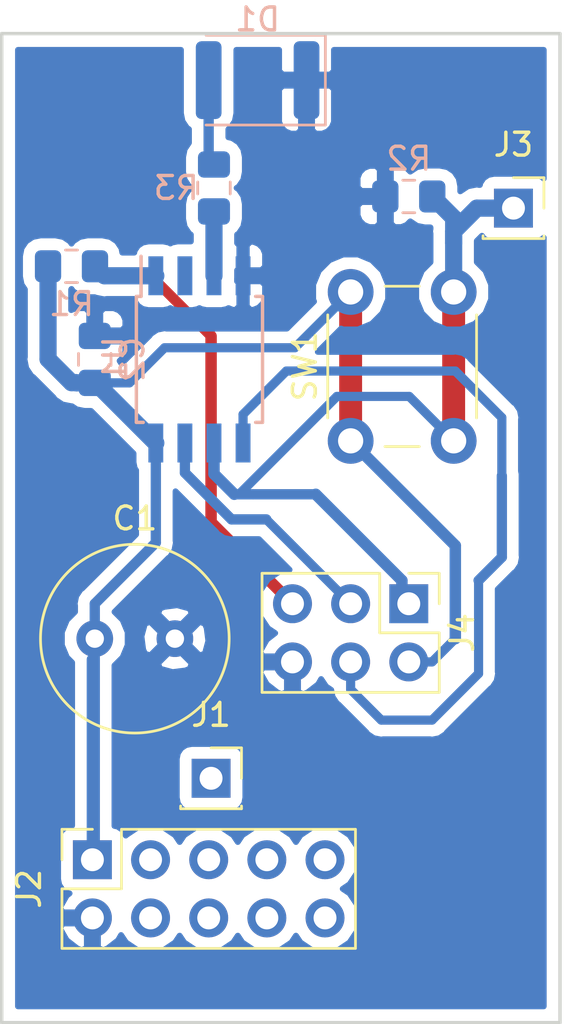
<source format=kicad_pcb>
(kicad_pcb (version 20171130) (host pcbnew 5.0.2+dfsg1-1)

  (general
    (thickness 1.6)
    (drawings 4)
    (tracks 66)
    (zones 0)
    (modules 12)
    (nets 19)
  )

  (page A4)
  (layers
    (0 F.Cu signal)
    (31 B.Cu signal)
    (32 B.Adhes user)
    (33 F.Adhes user)
    (34 B.Paste user)
    (35 F.Paste user)
    (36 B.SilkS user)
    (37 F.SilkS user)
    (38 B.Mask user)
    (39 F.Mask user)
    (40 Dwgs.User user)
    (41 Cmts.User user)
    (42 Eco1.User user)
    (43 Eco2.User user)
    (44 Edge.Cuts user)
    (45 Margin user)
    (46 B.CrtYd user)
    (47 F.CrtYd user)
    (48 B.Fab user)
    (49 F.Fab user)
  )

  (setup
    (last_trace_width 0.5)
    (user_trace_width 0.25)
    (user_trace_width 0.3)
    (user_trace_width 0.35)
    (user_trace_width 0.4)
    (user_trace_width 0.45)
    (user_trace_width 0.5)
    (user_trace_width 0.75)
    (user_trace_width 1)
    (trace_clearance 0.2)
    (zone_clearance 0.508)
    (zone_45_only no)
    (trace_min 0.2)
    (segment_width 0.2)
    (edge_width 0.15)
    (via_size 0.8)
    (via_drill 0.4)
    (via_min_size 0.4)
    (via_min_drill 0.3)
    (uvia_size 0.3)
    (uvia_drill 0.1)
    (uvias_allowed no)
    (uvia_min_size 0.2)
    (uvia_min_drill 0.1)
    (pcb_text_width 0.3)
    (pcb_text_size 1.5 1.5)
    (mod_edge_width 0.15)
    (mod_text_size 1 1)
    (mod_text_width 0.15)
    (pad_size 1.524 1.524)
    (pad_drill 0.762)
    (pad_to_mask_clearance 0.051)
    (solder_mask_min_width 0.25)
    (aux_axis_origin 0 0)
    (visible_elements FFFFFF7F)
    (pcbplotparams
      (layerselection 0x01000_fffffffe)
      (usegerberextensions false)
      (usegerberattributes false)
      (usegerberadvancedattributes false)
      (creategerberjobfile false)
      (excludeedgelayer true)
      (linewidth 0.100000)
      (plotframeref false)
      (viasonmask false)
      (mode 1)
      (useauxorigin false)
      (hpglpennumber 1)
      (hpglpenspeed 20)
      (hpglpendiameter 15.000000)
      (psnegative false)
      (psa4output false)
      (plotreference true)
      (plotvalue true)
      (plotinvisibletext false)
      (padsonsilk false)
      (subtractmaskfromsilk false)
      (outputformat 1)
      (mirror false)
      (drillshape 0)
      (scaleselection 1)
      (outputdirectory "./"))
  )

  (net 0 "")
  (net 1 +5V)
  (net 2 GND)
  (net 3 "Net-(D1-Pad2)")
  (net 4 "Net-(J1-Pad1)")
  (net 5 "Net-(J2-Pad3)")
  (net 6 "Net-(J2-Pad4)")
  (net 7 "Net-(J2-Pad5)")
  (net 8 "Net-(J2-Pad6)")
  (net 9 "Net-(J2-Pad7)")
  (net 10 "Net-(J2-Pad8)")
  (net 11 "Net-(J2-Pad9)")
  (net 12 "Net-(J2-Pad10)")
  (net 13 /MISO)
  (net 14 /SCK)
  (net 15 /MOSI)
  (net 16 /RST)
  (net 17 "Net-(R3-Pad2)")
  (net 18 "Net-(U1-Pad2)")

  (net_class Default "This is the default net class."
    (clearance 0.2)
    (trace_width 0.25)
    (via_dia 0.8)
    (via_drill 0.4)
    (uvia_dia 0.3)
    (uvia_drill 0.1)
    (add_net +5V)
    (add_net /MISO)
    (add_net /MOSI)
    (add_net /RST)
    (add_net /SCK)
    (add_net GND)
    (add_net "Net-(D1-Pad2)")
    (add_net "Net-(J1-Pad1)")
    (add_net "Net-(J2-Pad10)")
    (add_net "Net-(J2-Pad3)")
    (add_net "Net-(J2-Pad4)")
    (add_net "Net-(J2-Pad5)")
    (add_net "Net-(J2-Pad6)")
    (add_net "Net-(J2-Pad7)")
    (add_net "Net-(J2-Pad8)")
    (add_net "Net-(J2-Pad9)")
    (add_net "Net-(R3-Pad2)")
    (add_net "Net-(U1-Pad2)")
  )

  (module Connector_PinSocket_2.54mm:PinSocket_1x01_P2.54mm_Vertical (layer F.Cu) (tedit 5A19A434) (tstamp 5F729CD2)
    (at 55.372 27.94)
    (descr "Through hole straight socket strip, 1x01, 2.54mm pitch, single row (from Kicad 4.0.7), script generated")
    (tags "Through hole socket strip THT 1x01 2.54mm single row")
    (path /5F6623C7)
    (fp_text reference J3 (at 0 -2.77) (layer F.SilkS)
      (effects (font (size 1 1) (thickness 0.15)))
    )
    (fp_text value PIN29 (at 0 2.77) (layer F.Fab)
      (effects (font (size 1 1) (thickness 0.15)))
    )
    (fp_text user %R (at 0 0) (layer F.Fab)
      (effects (font (size 1 1) (thickness 0.15)))
    )
    (fp_line (start -1.8 1.75) (end -1.8 -1.8) (layer F.CrtYd) (width 0.05))
    (fp_line (start 1.75 1.75) (end -1.8 1.75) (layer F.CrtYd) (width 0.05))
    (fp_line (start 1.75 -1.8) (end 1.75 1.75) (layer F.CrtYd) (width 0.05))
    (fp_line (start -1.8 -1.8) (end 1.75 -1.8) (layer F.CrtYd) (width 0.05))
    (fp_line (start 0 -1.33) (end 1.33 -1.33) (layer F.SilkS) (width 0.12))
    (fp_line (start 1.33 -1.33) (end 1.33 0) (layer F.SilkS) (width 0.12))
    (fp_line (start 1.33 1.21) (end 1.33 1.33) (layer F.SilkS) (width 0.12))
    (fp_line (start -1.33 1.21) (end -1.33 1.33) (layer F.SilkS) (width 0.12))
    (fp_line (start -1.33 1.33) (end 1.33 1.33) (layer F.SilkS) (width 0.12))
    (fp_line (start -1.27 1.27) (end -1.27 -1.27) (layer F.Fab) (width 0.1))
    (fp_line (start 1.27 1.27) (end -1.27 1.27) (layer F.Fab) (width 0.1))
    (fp_line (start 1.27 -0.635) (end 1.27 1.27) (layer F.Fab) (width 0.1))
    (fp_line (start 0.635 -1.27) (end 1.27 -0.635) (layer F.Fab) (width 0.1))
    (fp_line (start -1.27 -1.27) (end 0.635 -1.27) (layer F.Fab) (width 0.1))
    (pad 1 thru_hole rect (at 0 0) (size 1.7 1.7) (drill 1) (layers *.Cu *.Mask)
      (net 13 /MISO))
    (model ${KISYS3DMOD}/Connector_PinSocket_2.54mm.3dshapes/PinSocket_1x01_P2.54mm_Vertical.wrl
      (at (xyz 0 0 0))
      (scale (xyz 1 1 1))
      (rotate (xyz 0 0 0))
    )
  )

  (module Capacitor_THT:C_Radial_D8.0mm_H11.5mm_P3.50mm (layer F.Cu) (tedit 5BC5C9BA) (tstamp 5F727F9C)
    (at 37.084 46.736)
    (descr "C, Radial series, Radial, pin pitch=3.50mm, diameter=8mm, height=11.5mm, Non-Polar Electrolytic Capacitor")
    (tags "C Radial series Radial pin pitch 3.50mm diameter 8mm height 11.5mm Non-Polar Electrolytic Capacitor")
    (path /5F65D1A4)
    (fp_text reference C1 (at 1.75 -5.25) (layer F.SilkS)
      (effects (font (size 1 1) (thickness 0.15)))
    )
    (fp_text value 10u (at -1.016 2.032) (layer F.Fab)
      (effects (font (size 1 1) (thickness 0.15)))
    )
    (fp_circle (center 1.75 0) (end 5.75 0) (layer F.Fab) (width 0.1))
    (fp_circle (center 1.75 0) (end 5.87 0) (layer F.SilkS) (width 0.12))
    (fp_circle (center 1.75 0) (end 6 0) (layer F.CrtYd) (width 0.05))
    (fp_text user %R (at -1.524 -2.032) (layer F.Fab)
      (effects (font (size 1 1) (thickness 0.15)))
    )
    (pad 1 thru_hole circle (at 0 0) (size 1.6 1.6) (drill 0.8) (layers *.Cu *.Mask)
      (net 1 +5V))
    (pad 2 thru_hole circle (at 3.5 0) (size 1.6 1.6) (drill 0.8) (layers *.Cu *.Mask)
      (net 2 GND))
    (model ${KISYS3DMOD}/Capacitor_THT.3dshapes/C_Radial_D8.0mm_H11.5mm_P3.50mm.wrl
      (at (xyz 0 0 0))
      (scale (xyz 1 1 1))
      (rotate (xyz 0 0 0))
    )
  )

  (module Capacitor_SMD:C_0805_2012Metric_Pad1.15x1.40mm_HandSolder (layer B.Cu) (tedit 5B36C52B) (tstamp 5F729F48)
    (at 37.084 34.544 90)
    (descr "Capacitor SMD 0805 (2012 Metric), square (rectangular) end terminal, IPC_7351 nominal with elongated pad for handsoldering. (Body size source: https://docs.google.com/spreadsheets/d/1BsfQQcO9C6DZCsRaXUlFlo91Tg2WpOkGARC1WS5S8t0/edit?usp=sharing), generated with kicad-footprint-generator")
    (tags "capacitor handsolder")
    (path /5F65D118)
    (attr smd)
    (fp_text reference C2 (at 0 1.65 90) (layer B.SilkS)
      (effects (font (size 1 1) (thickness 0.15)) (justify mirror))
    )
    (fp_text value 100n (at 0 -1.65 90) (layer B.Fab)
      (effects (font (size 1 1) (thickness 0.15)) (justify mirror))
    )
    (fp_line (start -1 -0.6) (end -1 0.6) (layer B.Fab) (width 0.1))
    (fp_line (start -1 0.6) (end 1 0.6) (layer B.Fab) (width 0.1))
    (fp_line (start 1 0.6) (end 1 -0.6) (layer B.Fab) (width 0.1))
    (fp_line (start 1 -0.6) (end -1 -0.6) (layer B.Fab) (width 0.1))
    (fp_line (start -0.261252 0.71) (end 0.261252 0.71) (layer B.SilkS) (width 0.12))
    (fp_line (start -0.261252 -0.71) (end 0.261252 -0.71) (layer B.SilkS) (width 0.12))
    (fp_line (start -1.85 -0.95) (end -1.85 0.95) (layer B.CrtYd) (width 0.05))
    (fp_line (start -1.85 0.95) (end 1.85 0.95) (layer B.CrtYd) (width 0.05))
    (fp_line (start 1.85 0.95) (end 1.85 -0.95) (layer B.CrtYd) (width 0.05))
    (fp_line (start 1.85 -0.95) (end -1.85 -0.95) (layer B.CrtYd) (width 0.05))
    (fp_text user %R (at 0 0 90) (layer B.Fab)
      (effects (font (size 0.5 0.5) (thickness 0.08)) (justify mirror))
    )
    (pad 1 smd roundrect (at -1.025 0 90) (size 1.15 1.4) (layers B.Cu B.Paste B.Mask) (roundrect_rratio 0.217391)
      (net 1 +5V))
    (pad 2 smd roundrect (at 1.025 0 90) (size 1.15 1.4) (layers B.Cu B.Paste B.Mask) (roundrect_rratio 0.217391)
      (net 2 GND))
    (model ${KISYS3DMOD}/Capacitor_SMD.3dshapes/C_0805_2012Metric.wrl
      (at (xyz 0 0 0))
      (scale (xyz 1 1 1))
      (rotate (xyz 0 0 0))
    )
  )

  (module Diode_SMD:D_1812_4532Metric (layer B.Cu) (tedit 5B301BBE) (tstamp 5F729D0D)
    (at 44.196 22.352 180)
    (descr "Diode SMD 1812 (4532 Metric), square (rectangular) end terminal, IPC_7351 nominal, (Body size source: https://www.nikhef.nl/pub/departments/mt/projects/detectorR_D/dtddice/ERJ2G.pdf), generated with kicad-footprint-generator")
    (tags diode)
    (path /5F67C33C)
    (attr smd)
    (fp_text reference D1 (at 0 2.65 180) (layer B.SilkS)
      (effects (font (size 1 1) (thickness 0.15)) (justify mirror))
    )
    (fp_text value IR (at 0 -2.65 180) (layer B.Fab)
      (effects (font (size 1 1) (thickness 0.15)) (justify mirror))
    )
    (fp_line (start 2.25 1.6) (end -1.45 1.6) (layer B.Fab) (width 0.1))
    (fp_line (start -1.45 1.6) (end -2.25 0.8) (layer B.Fab) (width 0.1))
    (fp_line (start -2.25 0.8) (end -2.25 -1.6) (layer B.Fab) (width 0.1))
    (fp_line (start -2.25 -1.6) (end 2.25 -1.6) (layer B.Fab) (width 0.1))
    (fp_line (start 2.25 -1.6) (end 2.25 1.6) (layer B.Fab) (width 0.1))
    (fp_line (start 2.25 1.96) (end -2.96 1.96) (layer B.SilkS) (width 0.12))
    (fp_line (start -2.96 1.96) (end -2.96 -1.96) (layer B.SilkS) (width 0.12))
    (fp_line (start -2.96 -1.96) (end 2.25 -1.96) (layer B.SilkS) (width 0.12))
    (fp_line (start -2.95 -1.95) (end -2.95 1.95) (layer B.CrtYd) (width 0.05))
    (fp_line (start -2.95 1.95) (end 2.95 1.95) (layer B.CrtYd) (width 0.05))
    (fp_line (start 2.95 1.95) (end 2.95 -1.95) (layer B.CrtYd) (width 0.05))
    (fp_line (start 2.95 -1.95) (end -2.95 -1.95) (layer B.CrtYd) (width 0.05))
    (fp_text user %R (at 0 0 180) (layer B.Fab)
      (effects (font (size 1 1) (thickness 0.15)) (justify mirror))
    )
    (pad 1 smd roundrect (at -2.1375 0 180) (size 1.125 3.4) (layers B.Cu B.Paste B.Mask) (roundrect_rratio 0.222222)
      (net 2 GND))
    (pad 2 smd roundrect (at 2.1375 0 180) (size 1.125 3.4) (layers B.Cu B.Paste B.Mask) (roundrect_rratio 0.222222)
      (net 3 "Net-(D1-Pad2)"))
    (model ${KISYS3DMOD}/Diode_SMD.3dshapes/D_1812_4532Metric.wrl
      (at (xyz 0 0 0))
      (scale (xyz 1 1 1))
      (rotate (xyz 0 0 0))
    )
  )

  (module Connector_PinSocket_2.54mm:PinSocket_1x01_P2.54mm_Vertical (layer F.Cu) (tedit 5A19A434) (tstamp 5F727FD4)
    (at 42.164 52.832)
    (descr "Through hole straight socket strip, 1x01, 2.54mm pitch, single row (from Kicad 4.0.7), script generated")
    (tags "Through hole socket strip THT 1x01 2.54mm single row")
    (path /5F65CD21)
    (fp_text reference J1 (at 0 -2.77) (layer F.SilkS)
      (effects (font (size 1 1) (thickness 0.15)))
    )
    (fp_text value Notch (at 4.064 0) (layer F.Fab)
      (effects (font (size 1 1) (thickness 0.15)))
    )
    (fp_line (start -1.27 -1.27) (end 0.635 -1.27) (layer F.Fab) (width 0.1))
    (fp_line (start 0.635 -1.27) (end 1.27 -0.635) (layer F.Fab) (width 0.1))
    (fp_line (start 1.27 -0.635) (end 1.27 1.27) (layer F.Fab) (width 0.1))
    (fp_line (start 1.27 1.27) (end -1.27 1.27) (layer F.Fab) (width 0.1))
    (fp_line (start -1.27 1.27) (end -1.27 -1.27) (layer F.Fab) (width 0.1))
    (fp_line (start -1.33 1.33) (end 1.33 1.33) (layer F.SilkS) (width 0.12))
    (fp_line (start -1.33 1.21) (end -1.33 1.33) (layer F.SilkS) (width 0.12))
    (fp_line (start 1.33 1.21) (end 1.33 1.33) (layer F.SilkS) (width 0.12))
    (fp_line (start 1.33 -1.33) (end 1.33 0) (layer F.SilkS) (width 0.12))
    (fp_line (start 0 -1.33) (end 1.33 -1.33) (layer F.SilkS) (width 0.12))
    (fp_line (start -1.8 -1.8) (end 1.75 -1.8) (layer F.CrtYd) (width 0.05))
    (fp_line (start 1.75 -1.8) (end 1.75 1.75) (layer F.CrtYd) (width 0.05))
    (fp_line (start 1.75 1.75) (end -1.8 1.75) (layer F.CrtYd) (width 0.05))
    (fp_line (start -1.8 1.75) (end -1.8 -1.8) (layer F.CrtYd) (width 0.05))
    (fp_text user %R (at 0 0) (layer F.Fab)
      (effects (font (size 1 1) (thickness 0.15)))
    )
    (pad 1 thru_hole rect (at 0 0) (size 1.7 1.7) (drill 1) (layers *.Cu *.Mask)
      (net 4 "Net-(J1-Pad1)"))
    (model ${KISYS3DMOD}/Connector_PinSocket_2.54mm.3dshapes/PinSocket_1x01_P2.54mm_Vertical.wrl
      (at (xyz 0 0 0))
      (scale (xyz 1 1 1))
      (rotate (xyz 0 0 0))
    )
  )

  (module Connector_PinSocket_2.54mm:PinSocket_2x05_P2.54mm_Vertical (layer F.Cu) (tedit 5A19A42B) (tstamp 5F729356)
    (at 36.981001 56.388 90)
    (descr "Through hole straight socket strip, 2x05, 2.54mm pitch, double cols (from Kicad 4.0.7), script generated")
    (tags "Through hole socket strip THT 2x05 2.54mm double row")
    (path /5F65C7AC)
    (fp_text reference J2 (at -1.27 -2.77 90) (layer F.SilkS)
      (effects (font (size 1 1) (thickness 0.15)))
    )
    (fp_text value EXP2 (at -1.27 12.93 90) (layer F.Fab)
      (effects (font (size 1 1) (thickness 0.15)))
    )
    (fp_line (start -3.81 -1.27) (end 0.27 -1.27) (layer F.Fab) (width 0.1))
    (fp_line (start 0.27 -1.27) (end 1.27 -0.27) (layer F.Fab) (width 0.1))
    (fp_line (start 1.27 -0.27) (end 1.27 11.43) (layer F.Fab) (width 0.1))
    (fp_line (start 1.27 11.43) (end -3.81 11.43) (layer F.Fab) (width 0.1))
    (fp_line (start -3.81 11.43) (end -3.81 -1.27) (layer F.Fab) (width 0.1))
    (fp_line (start -3.87 -1.33) (end -1.27 -1.33) (layer F.SilkS) (width 0.12))
    (fp_line (start -3.87 -1.33) (end -3.87 11.49) (layer F.SilkS) (width 0.12))
    (fp_line (start -3.87 11.49) (end 1.33 11.49) (layer F.SilkS) (width 0.12))
    (fp_line (start 1.33 1.27) (end 1.33 11.49) (layer F.SilkS) (width 0.12))
    (fp_line (start -1.27 1.27) (end 1.33 1.27) (layer F.SilkS) (width 0.12))
    (fp_line (start -1.27 -1.33) (end -1.27 1.27) (layer F.SilkS) (width 0.12))
    (fp_line (start 1.33 -1.33) (end 1.33 0) (layer F.SilkS) (width 0.12))
    (fp_line (start 0 -1.33) (end 1.33 -1.33) (layer F.SilkS) (width 0.12))
    (fp_line (start -4.34 -1.8) (end 1.76 -1.8) (layer F.CrtYd) (width 0.05))
    (fp_line (start 1.76 -1.8) (end 1.76 11.9) (layer F.CrtYd) (width 0.05))
    (fp_line (start 1.76 11.9) (end -4.34 11.9) (layer F.CrtYd) (width 0.05))
    (fp_line (start -4.34 11.9) (end -4.34 -1.8) (layer F.CrtYd) (width 0.05))
    (fp_text user %R (at -1.27 5.08 180) (layer F.Fab)
      (effects (font (size 1 1) (thickness 0.15)))
    )
    (pad 1 thru_hole rect (at 0 0 90) (size 1.7 1.7) (drill 1) (layers *.Cu *.Mask)
      (net 1 +5V))
    (pad 2 thru_hole oval (at -2.54 0 90) (size 1.7 1.7) (drill 1) (layers *.Cu *.Mask)
      (net 2 GND))
    (pad 3 thru_hole oval (at 0 2.54 90) (size 1.7 1.7) (drill 1) (layers *.Cu *.Mask)
      (net 5 "Net-(J2-Pad3)"))
    (pad 4 thru_hole oval (at -2.54 2.54 90) (size 1.7 1.7) (drill 1) (layers *.Cu *.Mask)
      (net 6 "Net-(J2-Pad4)"))
    (pad 5 thru_hole oval (at 0 5.08 90) (size 1.7 1.7) (drill 1) (layers *.Cu *.Mask)
      (net 7 "Net-(J2-Pad5)"))
    (pad 6 thru_hole oval (at -2.54 5.08 90) (size 1.7 1.7) (drill 1) (layers *.Cu *.Mask)
      (net 8 "Net-(J2-Pad6)"))
    (pad 7 thru_hole oval (at 0 7.62 90) (size 1.7 1.7) (drill 1) (layers *.Cu *.Mask)
      (net 9 "Net-(J2-Pad7)"))
    (pad 8 thru_hole oval (at -2.54 7.62 90) (size 1.7 1.7) (drill 1) (layers *.Cu *.Mask)
      (net 10 "Net-(J2-Pad8)"))
    (pad 9 thru_hole oval (at 0 10.16 90) (size 1.7 1.7) (drill 1) (layers *.Cu *.Mask)
      (net 11 "Net-(J2-Pad9)"))
    (pad 10 thru_hole oval (at -2.54 10.16 90) (size 1.7 1.7) (drill 1) (layers *.Cu *.Mask)
      (net 12 "Net-(J2-Pad10)"))
    (model ${KISYS3DMOD}/Connector_PinSocket_2.54mm.3dshapes/PinSocket_2x05_P2.54mm_Vertical.wrl
      (at (xyz 0 0 0))
      (scale (xyz 1 1 1))
      (rotate (xyz 0 0 0))
    )
  )

  (module Resistor_SMD:R_0805_2012Metric_Pad1.15x1.40mm_HandSolder (layer B.Cu) (tedit 5B36C52B) (tstamp 5F729DCE)
    (at 36.068 30.48)
    (descr "Resistor SMD 0805 (2012 Metric), square (rectangular) end terminal, IPC_7351 nominal with elongated pad for handsoldering. (Body size source: https://docs.google.com/spreadsheets/d/1BsfQQcO9C6DZCsRaXUlFlo91Tg2WpOkGARC1WS5S8t0/edit?usp=sharing), generated with kicad-footprint-generator")
    (tags "resistor handsolder")
    (path /5F65E811)
    (attr smd)
    (fp_text reference R1 (at 0 1.65) (layer B.SilkS)
      (effects (font (size 1 1) (thickness 0.15)) (justify mirror))
    )
    (fp_text value 10k (at 0 -1.65) (layer B.Fab)
      (effects (font (size 1 1) (thickness 0.15)) (justify mirror))
    )
    (fp_line (start -1 -0.6) (end -1 0.6) (layer B.Fab) (width 0.1))
    (fp_line (start -1 0.6) (end 1 0.6) (layer B.Fab) (width 0.1))
    (fp_line (start 1 0.6) (end 1 -0.6) (layer B.Fab) (width 0.1))
    (fp_line (start 1 -0.6) (end -1 -0.6) (layer B.Fab) (width 0.1))
    (fp_line (start -0.261252 0.71) (end 0.261252 0.71) (layer B.SilkS) (width 0.12))
    (fp_line (start -0.261252 -0.71) (end 0.261252 -0.71) (layer B.SilkS) (width 0.12))
    (fp_line (start -1.85 -0.95) (end -1.85 0.95) (layer B.CrtYd) (width 0.05))
    (fp_line (start -1.85 0.95) (end 1.85 0.95) (layer B.CrtYd) (width 0.05))
    (fp_line (start 1.85 0.95) (end 1.85 -0.95) (layer B.CrtYd) (width 0.05))
    (fp_line (start 1.85 -0.95) (end -1.85 -0.95) (layer B.CrtYd) (width 0.05))
    (fp_text user %R (at 0 0) (layer B.Fab)
      (effects (font (size 0.5 0.5) (thickness 0.08)) (justify mirror))
    )
    (pad 1 smd roundrect (at -1.025 0) (size 1.15 1.4) (layers B.Cu B.Paste B.Mask) (roundrect_rratio 0.217391)
      (net 1 +5V))
    (pad 2 smd roundrect (at 1.025 0) (size 1.15 1.4) (layers B.Cu B.Paste B.Mask) (roundrect_rratio 0.217391)
      (net 16 /RST))
    (model ${KISYS3DMOD}/Resistor_SMD.3dshapes/R_0805_2012Metric.wrl
      (at (xyz 0 0 0))
      (scale (xyz 1 1 1))
      (rotate (xyz 0 0 0))
    )
  )

  (module Resistor_SMD:R_0805_2012Metric_Pad1.15x1.40mm_HandSolder (layer B.Cu) (tedit 5B36C52B) (tstamp 5F729F0C)
    (at 50.8 27.432 180)
    (descr "Resistor SMD 0805 (2012 Metric), square (rectangular) end terminal, IPC_7351 nominal with elongated pad for handsoldering. (Body size source: https://docs.google.com/spreadsheets/d/1BsfQQcO9C6DZCsRaXUlFlo91Tg2WpOkGARC1WS5S8t0/edit?usp=sharing), generated with kicad-footprint-generator")
    (tags "resistor handsolder")
    (path /5F6603F1)
    (attr smd)
    (fp_text reference R2 (at 0 1.65 180) (layer B.SilkS)
      (effects (font (size 1 1) (thickness 0.15)) (justify mirror))
    )
    (fp_text value 10k (at 0 -1.65 180) (layer B.Fab)
      (effects (font (size 1 1) (thickness 0.15)) (justify mirror))
    )
    (fp_text user %R (at 0 0 180) (layer B.Fab)
      (effects (font (size 0.5 0.5) (thickness 0.08)) (justify mirror))
    )
    (fp_line (start 1.85 -0.95) (end -1.85 -0.95) (layer B.CrtYd) (width 0.05))
    (fp_line (start 1.85 0.95) (end 1.85 -0.95) (layer B.CrtYd) (width 0.05))
    (fp_line (start -1.85 0.95) (end 1.85 0.95) (layer B.CrtYd) (width 0.05))
    (fp_line (start -1.85 -0.95) (end -1.85 0.95) (layer B.CrtYd) (width 0.05))
    (fp_line (start -0.261252 -0.71) (end 0.261252 -0.71) (layer B.SilkS) (width 0.12))
    (fp_line (start -0.261252 0.71) (end 0.261252 0.71) (layer B.SilkS) (width 0.12))
    (fp_line (start 1 -0.6) (end -1 -0.6) (layer B.Fab) (width 0.1))
    (fp_line (start 1 0.6) (end 1 -0.6) (layer B.Fab) (width 0.1))
    (fp_line (start -1 0.6) (end 1 0.6) (layer B.Fab) (width 0.1))
    (fp_line (start -1 -0.6) (end -1 0.6) (layer B.Fab) (width 0.1))
    (pad 2 smd roundrect (at 1.025 0 180) (size 1.15 1.4) (layers B.Cu B.Paste B.Mask) (roundrect_rratio 0.217391)
      (net 2 GND))
    (pad 1 smd roundrect (at -1.025 0 180) (size 1.15 1.4) (layers B.Cu B.Paste B.Mask) (roundrect_rratio 0.217391)
      (net 13 /MISO))
    (model ${KISYS3DMOD}/Resistor_SMD.3dshapes/R_0805_2012Metric.wrl
      (at (xyz 0 0 0))
      (scale (xyz 1 1 1))
      (rotate (xyz 0 0 0))
    )
  )

  (module Resistor_SMD:R_0805_2012Metric_Pad1.15x1.40mm_HandSolder (layer B.Cu) (tedit 5B36C52B) (tstamp 5F729EDC)
    (at 42.291 27.06 270)
    (descr "Resistor SMD 0805 (2012 Metric), square (rectangular) end terminal, IPC_7351 nominal with elongated pad for handsoldering. (Body size source: https://docs.google.com/spreadsheets/d/1BsfQQcO9C6DZCsRaXUlFlo91Tg2WpOkGARC1WS5S8t0/edit?usp=sharing), generated with kicad-footprint-generator")
    (tags "resistor handsolder")
    (path /5F6795E6)
    (attr smd)
    (fp_text reference R3 (at 0 1.65) (layer B.SilkS)
      (effects (font (size 1 1) (thickness 0.15)) (justify mirror))
    )
    (fp_text value 220R (at 0.372 -2.921) (layer B.Fab)
      (effects (font (size 1 1) (thickness 0.15)) (justify mirror))
    )
    (fp_line (start -1 -0.6) (end -1 0.6) (layer B.Fab) (width 0.1))
    (fp_line (start -1 0.6) (end 1 0.6) (layer B.Fab) (width 0.1))
    (fp_line (start 1 0.6) (end 1 -0.6) (layer B.Fab) (width 0.1))
    (fp_line (start 1 -0.6) (end -1 -0.6) (layer B.Fab) (width 0.1))
    (fp_line (start -0.261252 0.71) (end 0.261252 0.71) (layer B.SilkS) (width 0.12))
    (fp_line (start -0.261252 -0.71) (end 0.261252 -0.71) (layer B.SilkS) (width 0.12))
    (fp_line (start -1.85 -0.95) (end -1.85 0.95) (layer B.CrtYd) (width 0.05))
    (fp_line (start -1.85 0.95) (end 1.85 0.95) (layer B.CrtYd) (width 0.05))
    (fp_line (start 1.85 0.95) (end 1.85 -0.95) (layer B.CrtYd) (width 0.05))
    (fp_line (start 1.85 -0.95) (end -1.85 -0.95) (layer B.CrtYd) (width 0.05))
    (fp_text user %R (at 0 0 270) (layer B.Fab)
      (effects (font (size 0.5 0.5) (thickness 0.08)) (justify mirror))
    )
    (pad 1 smd roundrect (at -1.025 0 270) (size 1.15 1.4) (layers B.Cu B.Paste B.Mask) (roundrect_rratio 0.217391)
      (net 3 "Net-(D1-Pad2)"))
    (pad 2 smd roundrect (at 1.025 0 270) (size 1.15 1.4) (layers B.Cu B.Paste B.Mask) (roundrect_rratio 0.217391)
      (net 17 "Net-(R3-Pad2)"))
    (model ${KISYS3DMOD}/Resistor_SMD.3dshapes/R_0805_2012Metric.wrl
      (at (xyz 0 0 0))
      (scale (xyz 1 1 1))
      (rotate (xyz 0 0 0))
    )
  )

  (module Button_Switch_THT:SW_PUSH_6mm (layer F.Cu) (tedit 5A02FE31) (tstamp 5F729E90)
    (at 48.26 38.1 90)
    (descr https://www.omron.com/ecb/products/pdf/en-b3f.pdf)
    (tags "tact sw push 6mm")
    (path /5F6609E7)
    (fp_text reference SW1 (at 3.25 -2 90) (layer F.SilkS)
      (effects (font (size 1 1) (thickness 0.15)))
    )
    (fp_text value "Test switch" (at 3.75 6.7 90) (layer F.Fab)
      (effects (font (size 1 1) (thickness 0.15)))
    )
    (fp_circle (center 3.25 2.25) (end 1.25 2.5) (layer F.Fab) (width 0.1))
    (fp_line (start 6.75 3) (end 6.75 1.5) (layer F.SilkS) (width 0.12))
    (fp_line (start 5.5 -1) (end 1 -1) (layer F.SilkS) (width 0.12))
    (fp_line (start -0.25 1.5) (end -0.25 3) (layer F.SilkS) (width 0.12))
    (fp_line (start 1 5.5) (end 5.5 5.5) (layer F.SilkS) (width 0.12))
    (fp_line (start 8 -1.25) (end 8 5.75) (layer F.CrtYd) (width 0.05))
    (fp_line (start 7.75 6) (end -1.25 6) (layer F.CrtYd) (width 0.05))
    (fp_line (start -1.5 5.75) (end -1.5 -1.25) (layer F.CrtYd) (width 0.05))
    (fp_line (start -1.25 -1.5) (end 7.75 -1.5) (layer F.CrtYd) (width 0.05))
    (fp_line (start -1.5 6) (end -1.25 6) (layer F.CrtYd) (width 0.05))
    (fp_line (start -1.5 5.75) (end -1.5 6) (layer F.CrtYd) (width 0.05))
    (fp_line (start -1.5 -1.5) (end -1.25 -1.5) (layer F.CrtYd) (width 0.05))
    (fp_line (start -1.5 -1.25) (end -1.5 -1.5) (layer F.CrtYd) (width 0.05))
    (fp_line (start 8 -1.5) (end 8 -1.25) (layer F.CrtYd) (width 0.05))
    (fp_line (start 7.75 -1.5) (end 8 -1.5) (layer F.CrtYd) (width 0.05))
    (fp_line (start 8 6) (end 8 5.75) (layer F.CrtYd) (width 0.05))
    (fp_line (start 7.75 6) (end 8 6) (layer F.CrtYd) (width 0.05))
    (fp_line (start 0.25 -0.75) (end 3.25 -0.75) (layer F.Fab) (width 0.1))
    (fp_line (start 0.25 5.25) (end 0.25 -0.75) (layer F.Fab) (width 0.1))
    (fp_line (start 6.25 5.25) (end 0.25 5.25) (layer F.Fab) (width 0.1))
    (fp_line (start 6.25 -0.75) (end 6.25 5.25) (layer F.Fab) (width 0.1))
    (fp_line (start 3.25 -0.75) (end 6.25 -0.75) (layer F.Fab) (width 0.1))
    (fp_text user %R (at 3.25 2.25 90) (layer F.Fab)
      (effects (font (size 1 1) (thickness 0.15)))
    )
    (pad 1 thru_hole circle (at 6.5 0 180) (size 2 2) (drill 1.1) (layers *.Cu *.Mask)
      (net 1 +5V))
    (pad 2 thru_hole circle (at 6.5 4.5 180) (size 2 2) (drill 1.1) (layers *.Cu *.Mask)
      (net 13 /MISO))
    (pad 1 thru_hole circle (at 0 0 180) (size 2 2) (drill 1.1) (layers *.Cu *.Mask)
      (net 1 +5V))
    (pad 2 thru_hole circle (at 0 4.5 180) (size 2 2) (drill 1.1) (layers *.Cu *.Mask)
      (net 13 /MISO))
    (model ${KISYS3DMOD}/Button_Switch_THT.3dshapes/SW_PUSH_6mm.wrl
      (at (xyz 0 0 0))
      (scale (xyz 1 1 1))
      (rotate (xyz 0 0 0))
    )
  )

  (module Package_SO:SOIJ-8_5.3x5.3mm_P1.27mm (layer B.Cu) (tedit 5A02F2D3) (tstamp 5F729D4D)
    (at 41.656 34.544 270)
    (descr "8-Lead Plastic Small Outline (SM) - Medium, 5.28 mm Body [SOIC] (see Microchip Packaging Specification 00000049BS.pdf)")
    (tags "SOIC 1.27")
    (path /5F65C522)
    (attr smd)
    (fp_text reference U1 (at 0 3.68 270) (layer B.SilkS)
      (effects (font (size 1 1) (thickness 0.15)) (justify mirror))
    )
    (fp_text value ATtiny13A-SU (at 0 -3.68 270) (layer B.Fab)
      (effects (font (size 1 1) (thickness 0.15)) (justify mirror))
    )
    (fp_line (start -2.75 2.55) (end -4.5 2.55) (layer B.SilkS) (width 0.15))
    (fp_line (start -2.75 -2.755) (end 2.75 -2.755) (layer B.SilkS) (width 0.15))
    (fp_line (start -2.75 2.755) (end 2.75 2.755) (layer B.SilkS) (width 0.15))
    (fp_line (start -2.75 -2.755) (end -2.75 -2.455) (layer B.SilkS) (width 0.15))
    (fp_line (start 2.75 -2.755) (end 2.75 -2.455) (layer B.SilkS) (width 0.15))
    (fp_line (start 2.75 2.755) (end 2.75 2.455) (layer B.SilkS) (width 0.15))
    (fp_line (start -2.75 2.755) (end -2.75 2.55) (layer B.SilkS) (width 0.15))
    (fp_line (start -4.75 -2.95) (end 4.75 -2.95) (layer B.CrtYd) (width 0.05))
    (fp_line (start -4.75 2.95) (end 4.75 2.95) (layer B.CrtYd) (width 0.05))
    (fp_line (start 4.75 2.95) (end 4.75 -2.95) (layer B.CrtYd) (width 0.05))
    (fp_line (start -4.75 2.95) (end -4.75 -2.95) (layer B.CrtYd) (width 0.05))
    (fp_line (start -2.65 1.65) (end -1.65 2.65) (layer B.Fab) (width 0.15))
    (fp_line (start -2.65 -2.65) (end -2.65 1.65) (layer B.Fab) (width 0.15))
    (fp_line (start 2.65 -2.65) (end -2.65 -2.65) (layer B.Fab) (width 0.15))
    (fp_line (start 2.65 2.65) (end 2.65 -2.65) (layer B.Fab) (width 0.15))
    (fp_line (start -1.65 2.65) (end 2.65 2.65) (layer B.Fab) (width 0.15))
    (fp_text user %R (at 0 0 270) (layer B.Fab)
      (effects (font (size 1 1) (thickness 0.15)) (justify mirror))
    )
    (pad 8 smd rect (at 3.65 1.905 270) (size 1.7 0.65) (layers B.Cu B.Paste B.Mask)
      (net 1 +5V))
    (pad 7 smd rect (at 3.65 0.635 270) (size 1.7 0.65) (layers B.Cu B.Paste B.Mask)
      (net 14 /SCK))
    (pad 6 smd rect (at 3.65 -0.635 270) (size 1.7 0.65) (layers B.Cu B.Paste B.Mask)
      (net 13 /MISO))
    (pad 5 smd rect (at 3.65 -1.905 270) (size 1.7 0.65) (layers B.Cu B.Paste B.Mask)
      (net 15 /MOSI))
    (pad 4 smd rect (at -3.65 -1.905 270) (size 1.7 0.65) (layers B.Cu B.Paste B.Mask)
      (net 2 GND))
    (pad 3 smd rect (at -3.65 -0.635 270) (size 1.7 0.65) (layers B.Cu B.Paste B.Mask)
      (net 17 "Net-(R3-Pad2)"))
    (pad 2 smd rect (at -3.65 0.635 270) (size 1.7 0.65) (layers B.Cu B.Paste B.Mask)
      (net 18 "Net-(U1-Pad2)"))
    (pad 1 smd rect (at -3.65 1.905 270) (size 1.7 0.65) (layers B.Cu B.Paste B.Mask)
      (net 16 /RST))
    (model ${KISYS3DMOD}/Package_SO.3dshapes/SOIJ-8_5.3x5.3mm_P1.27mm.wrl
      (at (xyz 0 0 0))
      (scale (xyz 1 1 1))
      (rotate (xyz 0 0 0))
    )
  )

  (module Connector_PinHeader_2.54mm:PinHeader_2x03_P2.54mm_Vertical (layer F.Cu) (tedit 59FED5CC) (tstamp 5F729E2A)
    (at 50.8 45.212 270)
    (descr "Through hole straight pin header, 2x03, 2.54mm pitch, double rows")
    (tags "Through hole pin header THT 2x03 2.54mm double row")
    (path /5F662C20)
    (fp_text reference J4 (at 1.27 -2.33 270) (layer F.SilkS)
      (effects (font (size 1 1) (thickness 0.15)))
    )
    (fp_text value ICSP (at 1.27 7.41 270) (layer F.Fab)
      (effects (font (size 1 1) (thickness 0.15)))
    )
    (fp_text user %R (at 1.27 2.54) (layer F.Fab)
      (effects (font (size 1 1) (thickness 0.15)))
    )
    (fp_line (start 4.35 -1.8) (end -1.8 -1.8) (layer F.CrtYd) (width 0.05))
    (fp_line (start 4.35 6.85) (end 4.35 -1.8) (layer F.CrtYd) (width 0.05))
    (fp_line (start -1.8 6.85) (end 4.35 6.85) (layer F.CrtYd) (width 0.05))
    (fp_line (start -1.8 -1.8) (end -1.8 6.85) (layer F.CrtYd) (width 0.05))
    (fp_line (start -1.33 -1.33) (end 0 -1.33) (layer F.SilkS) (width 0.12))
    (fp_line (start -1.33 0) (end -1.33 -1.33) (layer F.SilkS) (width 0.12))
    (fp_line (start 1.27 -1.33) (end 3.87 -1.33) (layer F.SilkS) (width 0.12))
    (fp_line (start 1.27 1.27) (end 1.27 -1.33) (layer F.SilkS) (width 0.12))
    (fp_line (start -1.33 1.27) (end 1.27 1.27) (layer F.SilkS) (width 0.12))
    (fp_line (start 3.87 -1.33) (end 3.87 6.41) (layer F.SilkS) (width 0.12))
    (fp_line (start -1.33 1.27) (end -1.33 6.41) (layer F.SilkS) (width 0.12))
    (fp_line (start -1.33 6.41) (end 3.87 6.41) (layer F.SilkS) (width 0.12))
    (fp_line (start -1.27 0) (end 0 -1.27) (layer F.Fab) (width 0.1))
    (fp_line (start -1.27 6.35) (end -1.27 0) (layer F.Fab) (width 0.1))
    (fp_line (start 3.81 6.35) (end -1.27 6.35) (layer F.Fab) (width 0.1))
    (fp_line (start 3.81 -1.27) (end 3.81 6.35) (layer F.Fab) (width 0.1))
    (fp_line (start 0 -1.27) (end 3.81 -1.27) (layer F.Fab) (width 0.1))
    (pad 6 thru_hole oval (at 2.54 5.08 270) (size 1.7 1.7) (drill 1) (layers *.Cu *.Mask)
      (net 2 GND))
    (pad 5 thru_hole oval (at 0 5.08 270) (size 1.7 1.7) (drill 1) (layers *.Cu *.Mask)
      (net 16 /RST))
    (pad 4 thru_hole oval (at 2.54 2.54 270) (size 1.7 1.7) (drill 1) (layers *.Cu *.Mask)
      (net 15 /MOSI))
    (pad 3 thru_hole oval (at 0 2.54 270) (size 1.7 1.7) (drill 1) (layers *.Cu *.Mask)
      (net 14 /SCK))
    (pad 2 thru_hole oval (at 2.54 0 270) (size 1.7 1.7) (drill 1) (layers *.Cu *.Mask)
      (net 1 +5V))
    (pad 1 thru_hole rect (at 0 0 270) (size 1.7 1.7) (drill 1) (layers *.Cu *.Mask)
      (net 13 /MISO))
    (model ${KISYS3DMOD}/Connector_PinHeader_2.54mm.3dshapes/PinHeader_2x03_P2.54mm_Vertical.wrl
      (at (xyz 0 0 0))
      (scale (xyz 1 1 1))
      (rotate (xyz 0 0 0))
    )
  )

  (gr_line (start 33.02 20.32) (end 33.02 63.5) (layer Edge.Cuts) (width 0.15))
  (gr_line (start 57.404 20.32) (end 33.02 20.32) (layer Edge.Cuts) (width 0.15) (tstamp 5F7298DD))
  (gr_line (start 57.404 63.5) (end 57.404 20.32) (layer Edge.Cuts) (width 0.15) (tstamp 5F7298E0))
  (gr_line (start 33.02 63.5) (end 57.404 63.5) (layer Edge.Cuts) (width 0.15))

  (segment (start 36.981001 56.388) (end 36.981001 47.649001) (width 0.5) (layer B.Cu) (net 1))
  (segment (start 37.126 35.569) (end 39.751 38.194) (width 0.75) (layer B.Cu) (net 1) (tstamp 5F729CB7))
  (segment (start 37.084 35.569) (end 37.126 35.569) (width 0.75) (layer B.Cu) (net 1) (tstamp 5F729DEF))
  (segment (start 36.284 35.569) (end 36.275 35.56) (width 0.75) (layer B.Cu) (net 1) (tstamp 5F729E0D))
  (segment (start 37.084 35.569) (end 36.284 35.569) (width 0.75) (layer B.Cu) (net 1) (tstamp 5F729D98))
  (segment (start 36.275 35.56) (end 36.068 35.56) (width 0.75) (layer B.Cu) (net 1) (tstamp 5F729CAE))
  (segment (start 35.043 34.535) (end 35.043 30.48) (width 0.75) (layer B.Cu) (net 1) (tstamp 5F729CF9))
  (segment (start 36.068 35.56) (end 35.043 34.535) (width 0.75) (layer B.Cu) (net 1) (tstamp 5F729DB0))
  (segment (start 37.084 35.569) (end 38.599 35.569) (width 0.4) (layer B.Cu) (net 1) (tstamp 5F729DA1))
  (segment (start 38.599 35.569) (end 40.132 34.036) (width 0.4) (layer B.Cu) (net 1) (tstamp 5F729CA2))
  (segment (start 45.824 34.036) (end 48.26 31.6) (width 0.4) (layer B.Cu) (net 1) (tstamp 5F729E64))
  (segment (start 40.132 34.036) (end 45.824 34.036) (width 0.4) (layer B.Cu) (net 1) (tstamp 5F729DA4))
  (segment (start 50.8 47.752) (end 51.816 47.752) (width 0.4) (layer B.Cu) (net 1) (tstamp 5F729DAD))
  (segment (start 51.816 47.752) (end 52.832 46.736) (width 0.4) (layer B.Cu) (net 1) (tstamp 5F729D8F))
  (segment (start 49.276 39.116) (end 48.26 38.1) (width 0.4) (layer B.Cu) (net 1) (tstamp 5F729E01))
  (segment (start 48.26 31.6) (end 48.26 38.1) (width 1) (layer F.Cu) (net 1) (tstamp 5F729CAB))
  (segment (start 37.084 56.285001) (end 36.981001 56.388) (width 0.45) (layer B.Cu) (net 1))
  (segment (start 37.084 46.736) (end 37.084 56.285001) (width 0.45) (layer B.Cu) (net 1))
  (segment (start 37.084 46.736) (end 37.084 45.212) (width 0.45) (layer B.Cu) (net 1))
  (segment (start 39.751 42.545) (end 39.751 38.194) (width 0.45) (layer B.Cu) (net 1))
  (segment (start 37.084 45.212) (end 39.751 42.545) (width 0.45) (layer B.Cu) (net 1))
  (segment (start 52.832 42.672) (end 48.26 38.1) (width 0.5) (layer B.Cu) (net 1))
  (segment (start 52.832 46.736) (end 52.832 42.672) (width 0.5) (layer B.Cu) (net 1))
  (segment (start 42.0585 25.8025) (end 42.291 26.035) (width 0.45) (layer B.Cu) (net 3) (tstamp 5F729D8C))
  (segment (start 42.0585 22.352) (end 42.0585 25.8025) (width 0.45) (layer B.Cu) (net 3) (tstamp 5F729D95))
  (segment (start 42.291 38.194) (end 42.291 39.544) (width 0.5) (layer B.Cu) (net 13) (tstamp 5F729DFE))
  (segment (start 50.499 44.911) (end 50.8 45.212) (width 0.5) (layer B.Cu) (net 13) (tstamp 5F729F69))
  (segment (start 50.499 44.196) (end 50.499 44.911) (width 0.5) (layer B.Cu) (net 13) (tstamp 5F729CB1))
  (segment (start 52.76 28.367) (end 51.825 27.432) (width 0.75) (layer B.Cu) (net 13) (tstamp 5F729D86))
  (segment (start 50.82001 36.16001) (end 47.65999 36.16001) (width 0.4) (layer B.Cu) (net 13) (tstamp 5F729E67))
  (segment (start 52.76 38.1) (end 50.82001 36.16001) (width 0.4) (layer B.Cu) (net 13) (tstamp 5F729E70))
  (segment (start 42.291 39.544) (end 43.18 40.433) (width 0.5) (layer B.Cu) (net 13) (tstamp 5F729CBA))
  (segment (start 43.387 40.433) (end 43.18 40.433) (width 0.4) (layer B.Cu) (net 13) (tstamp 5F729D9B))
  (segment (start 47.65999 36.16001) (end 43.387 40.433) (width 0.4) (layer B.Cu) (net 13) (tstamp 5F729DA7))
  (segment (start 46.736 40.433) (end 50.499 44.196) (width 0.5) (layer B.Cu) (net 13) (tstamp 5F729E04))
  (segment (start 52.76 28.952) (end 52.76 29.464) (width 0.75) (layer B.Cu) (net 13) (tstamp 5F729E6A))
  (segment (start 53.772 27.94) (end 52.76 28.952) (width 0.75) (layer B.Cu) (net 13) (tstamp 5F729F6F))
  (segment (start 55.372 27.94) (end 53.772 27.94) (width 0.75) (layer B.Cu) (net 13) (tstamp 5F729F30))
  (segment (start 52.76 31.6) (end 52.76 29.464) (width 0.75) (layer B.Cu) (net 13) (tstamp 5F729F2D))
  (segment (start 52.76 29.464) (end 52.76 28.367) (width 0.75) (layer B.Cu) (net 13) (tstamp 5F729F33))
  (segment (start 52.76 31.6) (end 52.76 38.1) (width 1) (layer F.Cu) (net 13) (tstamp 5F729F6C))
  (segment (start 44.005 40.433) (end 43.18 40.433) (width 0.45) (layer B.Cu) (net 13))
  (segment (start 46.736 40.433) (end 44.005 40.433) (width 0.45) (layer B.Cu) (net 13))
  (segment (start 48.26 45.212) (end 44.577 41.529) (width 0.4) (layer B.Cu) (net 14) (tstamp 5F729CA8))
  (segment (start 41.021 39.494) (end 41.021 38.194) (width 0.45) (layer B.Cu) (net 14))
  (segment (start 43.056 41.529) (end 41.021 39.494) (width 0.45) (layer B.Cu) (net 14))
  (segment (start 44.577 41.529) (end 43.056 41.529) (width 0.45) (layer B.Cu) (net 14))
  (segment (start 48.26 48.954081) (end 48.26 47.752) (width 0.4) (layer B.Cu) (net 15) (tstamp 5F729D9E))
  (segment (start 49.597919 50.292) (end 48.26 48.954081) (width 0.4) (layer B.Cu) (net 15) (tstamp 5F729E07))
  (segment (start 51.816 50.292) (end 49.597919 50.292) (width 0.4) (layer B.Cu) (net 15) (tstamp 5F729E0A))
  (segment (start 53.848 48.26) (end 51.816 50.292) (width 0.4) (layer B.Cu) (net 15) (tstamp 5F729E6D))
  (segment (start 53.848 44.196) (end 53.848 48.26) (width 0.4) (layer B.Cu) (net 15) (tstamp 5F729DFB))
  (segment (start 43.561 36.944) (end 45.453 35.052) (width 0.4) (layer B.Cu) (net 15) (tstamp 5F729DF5))
  (segment (start 45.453 35.052) (end 52.832 35.052) (width 0.4) (layer B.Cu) (net 15) (tstamp 5F729DBC))
  (segment (start 52.832 35.052) (end 54.864 37.084) (width 0.4) (layer B.Cu) (net 15) (tstamp 5F729DB9))
  (segment (start 43.561 38.194) (end 43.561 36.944) (width 0.4) (layer B.Cu) (net 15) (tstamp 5F729DB6))
  (segment (start 54.864 37.084) (end 54.864 39.624) (width 0.4) (layer B.Cu) (net 15) (tstamp 5F729DAA))
  (segment (start 54.864 43.18) (end 53.848 44.196) (width 0.45) (layer B.Cu) (net 15))
  (segment (start 54.864 39.624) (end 54.864 43.18) (width 0.45) (layer B.Cu) (net 15))
  (segment (start 37.507 30.894) (end 37.093 30.48) (width 0.75) (layer B.Cu) (net 16) (tstamp 5F729F36))
  (segment (start 39.751 30.894) (end 37.507 30.894) (width 0.75) (layer B.Cu) (net 16) (tstamp 5F729F72))
  (segment (start 39.751 30.369) (end 39.751 30.894) (width 0.4) (layer B.Cu) (net 16) (tstamp 5F729C9F))
  (segment (start 42.164 33.528) (end 39.624 30.988) (width 0.45) (layer F.Cu) (net 16) (tstamp 5F729CBD))
  (segment (start 42.164 41.656) (end 45.72 45.212) (width 0.5) (layer F.Cu) (net 16))
  (segment (start 42.164 33.528) (end 42.164 41.656) (width 0.5) (layer F.Cu) (net 16))
  (segment (start 42.291 30.894) (end 42.291 28.085) (width 0.75) (layer B.Cu) (net 17) (tstamp 5F729CA5))

  (zone (net 2) (net_name GND) (layer B.Cu) (tstamp 5F72A18C) (hatch edge 0.508)
    (connect_pads (clearance 0.508))
    (min_thickness 0.254)
    (fill yes (arc_segments 16) (thermal_gap 0.508) (thermal_bridge_width 0.74))
    (polygon
      (pts
        (xy 33.02 63.5) (xy 57.404 63.5) (xy 57.404 20.32) (xy 33.02 20.32)
      )
    )
    (filled_polygon
      (pts
        (xy 40.84856 23.802001) (xy 40.916873 24.145436) (xy 41.111414 24.436586) (xy 41.198501 24.494776) (xy 41.198501 25.087257)
        (xy 41.011873 25.366564) (xy 40.94356 25.709999) (xy 40.94356 26.360001) (xy 41.011873 26.703436) (xy 41.206414 26.994586)
        (xy 41.304313 27.06) (xy 41.206414 27.125414) (xy 41.011873 27.416564) (xy 40.94356 27.759999) (xy 40.94356 28.410001)
        (xy 41.011873 28.753436) (xy 41.206414 29.044586) (xy 41.281001 29.094423) (xy 41.281001 29.39656) (xy 40.696 29.39656)
        (xy 40.448235 29.445843) (xy 40.386 29.487427) (xy 40.323765 29.445843) (xy 40.076 29.39656) (xy 39.426 29.39656)
        (xy 39.178235 29.445843) (xy 38.968191 29.586191) (xy 38.827843 29.796235) (xy 38.810386 29.884) (xy 38.286399 29.884)
        (xy 38.247127 29.686564) (xy 38.052586 29.395414) (xy 37.761436 29.200873) (xy 37.418001 29.13256) (xy 36.767999 29.13256)
        (xy 36.424564 29.200873) (xy 36.133414 29.395414) (xy 36.068 29.493313) (xy 36.002586 29.395414) (xy 35.711436 29.200873)
        (xy 35.368001 29.13256) (xy 34.717999 29.13256) (xy 34.374564 29.200873) (xy 34.083414 29.395414) (xy 33.888873 29.686564)
        (xy 33.82056 30.029999) (xy 33.82056 30.930001) (xy 33.888873 31.273436) (xy 34.033001 31.489138) (xy 34.033 34.435529)
        (xy 34.013214 34.535) (xy 34.033 34.634471) (xy 34.033 34.634475) (xy 34.091601 34.929081) (xy 34.091602 34.929082)
        (xy 34.255864 35.174918) (xy 34.314831 35.263169) (xy 34.399162 35.319517) (xy 35.283484 36.20384) (xy 35.339831 36.288169)
        (xy 35.42416 36.344516) (xy 35.424162 36.344518) (xy 35.513184 36.404) (xy 35.673918 36.511399) (xy 35.968524 36.57)
        (xy 35.968529 36.57) (xy 36.068 36.589786) (xy 36.085728 36.58626) (xy 36.290564 36.723127) (xy 36.633999 36.79144)
        (xy 36.920085 36.79144) (xy 38.77856 38.649916) (xy 38.77856 39.044) (xy 38.827843 39.291765) (xy 38.891001 39.386286)
        (xy 38.891 42.188777) (xy 36.53578 44.543997) (xy 36.463976 44.591975) (xy 36.415998 44.663779) (xy 36.415996 44.663781)
        (xy 36.273899 44.876445) (xy 36.207153 45.212) (xy 36.224001 45.2967) (xy 36.224001 45.566603) (xy 35.867466 45.923138)
        (xy 35.649 46.450561) (xy 35.649 47.021439) (xy 35.867466 47.548862) (xy 36.096002 47.777398) (xy 36.096001 54.897522)
        (xy 35.883236 54.939843) (xy 35.673192 55.080191) (xy 35.532844 55.290235) (xy 35.483561 55.538) (xy 35.483561 57.238)
        (xy 35.532844 57.485765) (xy 35.673192 57.695809) (xy 35.883236 57.836157) (xy 35.986006 57.856599) (xy 35.858848 57.955347)
        (xy 35.572049 58.458815) (xy 35.674749 58.685) (xy 36.738001 58.685) (xy 36.738001 58.665) (xy 37.224001 58.665)
        (xy 37.224001 58.685) (xy 37.244001 58.685) (xy 37.244001 59.171) (xy 37.224001 59.171) (xy 37.224001 60.231798)
        (xy 37.450183 60.336933) (xy 37.645517 60.256044) (xy 38.103154 59.900653) (xy 38.23282 59.673029) (xy 38.450376 59.998625)
        (xy 38.941583 60.326839) (xy 39.374745 60.413) (xy 39.667257 60.413) (xy 40.100419 60.326839) (xy 40.591626 59.998625)
        (xy 40.791001 59.700239) (xy 40.990376 59.998625) (xy 41.481583 60.326839) (xy 41.914745 60.413) (xy 42.207257 60.413)
        (xy 42.640419 60.326839) (xy 43.131626 59.998625) (xy 43.331001 59.700239) (xy 43.530376 59.998625) (xy 44.021583 60.326839)
        (xy 44.454745 60.413) (xy 44.747257 60.413) (xy 45.180419 60.326839) (xy 45.671626 59.998625) (xy 45.871001 59.700239)
        (xy 46.070376 59.998625) (xy 46.561583 60.326839) (xy 46.994745 60.413) (xy 47.287257 60.413) (xy 47.720419 60.326839)
        (xy 48.211626 59.998625) (xy 48.53984 59.507418) (xy 48.655093 58.928) (xy 48.53984 58.348582) (xy 48.211626 57.857375)
        (xy 47.91324 57.658) (xy 48.211626 57.458625) (xy 48.53984 56.967418) (xy 48.655093 56.388) (xy 48.53984 55.808582)
        (xy 48.211626 55.317375) (xy 47.720419 54.989161) (xy 47.287257 54.903) (xy 46.994745 54.903) (xy 46.561583 54.989161)
        (xy 46.070376 55.317375) (xy 45.871001 55.615761) (xy 45.671626 55.317375) (xy 45.180419 54.989161) (xy 44.747257 54.903)
        (xy 44.454745 54.903) (xy 44.021583 54.989161) (xy 43.530376 55.317375) (xy 43.331001 55.615761) (xy 43.131626 55.317375)
        (xy 42.640419 54.989161) (xy 42.207257 54.903) (xy 41.914745 54.903) (xy 41.481583 54.989161) (xy 40.990376 55.317375)
        (xy 40.791001 55.615761) (xy 40.591626 55.317375) (xy 40.100419 54.989161) (xy 39.667257 54.903) (xy 39.374745 54.903)
        (xy 38.941583 54.989161) (xy 38.450376 55.317375) (xy 38.438185 55.335619) (xy 38.429158 55.290235) (xy 38.28881 55.080191)
        (xy 38.078766 54.939843) (xy 37.944 54.913037) (xy 37.944 51.982) (xy 40.66656 51.982) (xy 40.66656 53.682)
        (xy 40.715843 53.929765) (xy 40.856191 54.139809) (xy 41.066235 54.280157) (xy 41.314 54.32944) (xy 43.014 54.32944)
        (xy 43.261765 54.280157) (xy 43.471809 54.139809) (xy 43.612157 53.929765) (xy 43.66144 53.682) (xy 43.66144 51.982)
        (xy 43.612157 51.734235) (xy 43.471809 51.524191) (xy 43.261765 51.383843) (xy 43.014 51.33456) (xy 41.314 51.33456)
        (xy 41.066235 51.383843) (xy 40.856191 51.524191) (xy 40.715843 51.734235) (xy 40.66656 51.982) (xy 37.944 51.982)
        (xy 37.944 48.221185) (xy 44.311048 48.221185) (xy 44.597847 48.724653) (xy 45.055484 49.080044) (xy 45.250818 49.160933)
        (xy 45.477 49.055798) (xy 45.477 47.995) (xy 44.413748 47.995) (xy 44.311048 48.221185) (xy 37.944 48.221185)
        (xy 37.944 47.905396) (xy 38.035392 47.814004) (xy 39.84965 47.814004) (xy 39.932539 48.046076) (xy 40.483473 48.195656)
        (xy 41.049711 48.123016) (xy 41.235461 48.046076) (xy 41.31835 47.814004) (xy 40.584 47.079654) (xy 39.84965 47.814004)
        (xy 38.035392 47.814004) (xy 38.300534 47.548862) (xy 38.519 47.021439) (xy 38.519 46.635473) (xy 39.124344 46.635473)
        (xy 39.196984 47.201711) (xy 39.273924 47.387461) (xy 39.505996 47.47035) (xy 40.240346 46.736) (xy 40.927654 46.736)
        (xy 41.662004 47.47035) (xy 41.894076 47.387461) (xy 42.043656 46.836527) (xy 41.971016 46.270289) (xy 41.894076 46.084539)
        (xy 41.662004 46.00165) (xy 40.927654 46.736) (xy 40.240346 46.736) (xy 39.505996 46.00165) (xy 39.273924 46.084539)
        (xy 39.124344 46.635473) (xy 38.519 46.635473) (xy 38.519 46.450561) (xy 38.300534 45.923138) (xy 38.035392 45.657996)
        (xy 39.84965 45.657996) (xy 40.584 46.392346) (xy 41.31835 45.657996) (xy 41.235461 45.425924) (xy 40.684527 45.276344)
        (xy 40.118289 45.348984) (xy 39.932539 45.425924) (xy 39.84965 45.657996) (xy 38.035392 45.657996) (xy 37.94481 45.567414)
        (xy 40.299219 43.213004) (xy 40.371025 43.165025) (xy 40.469726 43.017309) (xy 40.561102 42.880556) (xy 40.627848 42.545)
        (xy 40.611 42.460299) (xy 40.611 40.300223) (xy 42.387995 42.077218) (xy 42.435975 42.149025) (xy 42.507781 42.197004)
        (xy 42.720444 42.339102) (xy 43.056 42.405848) (xy 43.140701 42.389) (xy 44.256133 42.389) (xy 45.594133 43.727)
        (xy 45.573744 43.727) (xy 45.140582 43.813161) (xy 44.649375 44.141375) (xy 44.321161 44.632582) (xy 44.205908 45.212)
        (xy 44.321161 45.791418) (xy 44.649375 46.282625) (xy 44.965488 46.493845) (xy 44.597847 46.779347) (xy 44.311048 47.282815)
        (xy 44.413748 47.509) (xy 45.477 47.509) (xy 45.477 47.489) (xy 45.963 47.489) (xy 45.963 47.509)
        (xy 45.983 47.509) (xy 45.983 47.995) (xy 45.963 47.995) (xy 45.963 49.055798) (xy 46.189182 49.160933)
        (xy 46.384516 49.080044) (xy 46.842153 48.724653) (xy 46.971819 48.497029) (xy 47.189375 48.822625) (xy 47.412096 48.971443)
        (xy 47.425 49.036314) (xy 47.425 49.036317) (xy 47.473448 49.279881) (xy 47.657999 49.556082) (xy 47.72772 49.602668)
        (xy 48.949334 50.824282) (xy 48.995918 50.894001) (xy 49.272118 51.078552) (xy 49.515682 51.127) (xy 49.515685 51.127)
        (xy 49.597918 51.143357) (xy 49.680151 51.127) (xy 51.733767 51.127) (xy 51.816 51.143357) (xy 51.898233 51.127)
        (xy 51.898237 51.127) (xy 52.141801 51.078552) (xy 52.418001 50.894001) (xy 52.464587 50.82428) (xy 54.380283 48.908585)
        (xy 54.450001 48.862001) (xy 54.634552 48.585801) (xy 54.683 48.342237) (xy 54.699358 48.26) (xy 54.683 48.177763)
        (xy 54.683 44.577223) (xy 55.412221 43.848003) (xy 55.484025 43.800025) (xy 55.674102 43.515555) (xy 55.724 43.264701)
        (xy 55.724 43.264696) (xy 55.740847 43.18) (xy 55.724 43.095304) (xy 55.724 39.539299) (xy 55.699 39.413616)
        (xy 55.699 37.166237) (xy 55.715358 37.084) (xy 55.650552 36.758199) (xy 55.606515 36.692293) (xy 55.466001 36.481999)
        (xy 55.396283 36.435415) (xy 53.480587 34.51972) (xy 53.434001 34.449999) (xy 53.157801 34.265448) (xy 52.914237 34.217)
        (xy 52.914233 34.217) (xy 52.832 34.200643) (xy 52.749767 34.217) (xy 46.823867 34.217) (xy 47.843625 33.197243)
        (xy 47.934778 33.235) (xy 48.585222 33.235) (xy 49.186153 32.986086) (xy 49.646086 32.526153) (xy 49.895 31.925222)
        (xy 49.895 31.274778) (xy 49.646086 30.673847) (xy 49.186153 30.213914) (xy 48.585222 29.965) (xy 47.934778 29.965)
        (xy 47.333847 30.213914) (xy 46.873914 30.673847) (xy 46.625 31.274778) (xy 46.625 31.925222) (xy 46.662757 32.016375)
        (xy 45.478133 33.201) (xy 40.214232 33.201) (xy 40.131999 33.184643) (xy 40.049766 33.201) (xy 40.049763 33.201)
        (xy 39.806199 33.249448) (xy 39.529999 33.433999) (xy 39.483416 33.503715) (xy 38.253133 34.734) (xy 38.251832 34.734)
        (xy 38.168586 34.609414) (xy 38.167403 34.608623) (xy 38.322327 34.453698) (xy 38.419 34.220309) (xy 38.419 33.92075)
        (xy 38.26025 33.762) (xy 37.327 33.762) (xy 37.327 33.782) (xy 36.841 33.782) (xy 36.841 33.762)
        (xy 36.821 33.762) (xy 36.821 33.276) (xy 36.841 33.276) (xy 36.841 32.46775) (xy 37.327 32.46775)
        (xy 37.327 33.276) (xy 38.26025 33.276) (xy 38.419 33.11725) (xy 38.419 32.817691) (xy 38.322327 32.584302)
        (xy 38.143699 32.405673) (xy 37.91031 32.309) (xy 37.48575 32.309) (xy 37.327 32.46775) (xy 36.841 32.46775)
        (xy 36.68225 32.309) (xy 36.25769 32.309) (xy 36.053 32.393785) (xy 36.053 31.489136) (xy 36.068 31.466687)
        (xy 36.133414 31.564586) (xy 36.424564 31.759127) (xy 36.767999 31.82744) (xy 37.08604 31.82744) (xy 37.112918 31.845399)
        (xy 37.407524 31.904) (xy 37.407528 31.904) (xy 37.506999 31.923786) (xy 37.60647 31.904) (xy 38.810386 31.904)
        (xy 38.827843 31.991765) (xy 38.968191 32.201809) (xy 39.178235 32.342157) (xy 39.426 32.39144) (xy 40.076 32.39144)
        (xy 40.323765 32.342157) (xy 40.386 32.300573) (xy 40.448235 32.342157) (xy 40.696 32.39144) (xy 41.346 32.39144)
        (xy 41.593765 32.342157) (xy 41.656 32.300573) (xy 41.718235 32.342157) (xy 41.966 32.39144) (xy 42.616 32.39144)
        (xy 42.863765 32.342157) (xy 42.923838 32.302017) (xy 43.10969 32.379) (xy 43.23975 32.379) (xy 43.3985 32.22025)
        (xy 43.3985 31.137) (xy 43.7235 31.137) (xy 43.7235 32.22025) (xy 43.88225 32.379) (xy 44.01231 32.379)
        (xy 44.245699 32.282327) (xy 44.424327 32.103698) (xy 44.521 31.870309) (xy 44.521 31.29575) (xy 44.36225 31.137)
        (xy 43.7235 31.137) (xy 43.3985 31.137) (xy 43.298 31.137) (xy 43.298 31.008558) (xy 43.301 30.993476)
        (xy 43.301 30.651) (xy 43.3985 30.651) (xy 43.3985 29.56775) (xy 43.7235 29.56775) (xy 43.7235 30.651)
        (xy 44.36225 30.651) (xy 44.521 30.49225) (xy 44.521 29.917691) (xy 44.424327 29.684302) (xy 44.245699 29.505673)
        (xy 44.01231 29.409) (xy 43.88225 29.409) (xy 43.7235 29.56775) (xy 43.3985 29.56775) (xy 43.301 29.47025)
        (xy 43.301 29.094423) (xy 43.375586 29.044586) (xy 43.570127 28.753436) (xy 43.63844 28.410001) (xy 43.63844 27.83375)
        (xy 48.565 27.83375) (xy 48.565 28.25831) (xy 48.661673 28.491699) (xy 48.840302 28.670327) (xy 49.073691 28.767)
        (xy 49.37325 28.767) (xy 49.532 28.60825) (xy 49.532 27.675) (xy 48.72375 27.675) (xy 48.565 27.83375)
        (xy 43.63844 27.83375) (xy 43.63844 27.759999) (xy 43.570127 27.416564) (xy 43.375586 27.125414) (xy 43.277687 27.06)
        (xy 43.375586 26.994586) (xy 43.570127 26.703436) (xy 43.589569 26.60569) (xy 48.565 26.60569) (xy 48.565 27.03025)
        (xy 48.72375 27.189) (xy 49.532 27.189) (xy 49.532 26.25575) (xy 49.37325 26.097) (xy 49.073691 26.097)
        (xy 48.840302 26.193673) (xy 48.661673 26.372301) (xy 48.565 26.60569) (xy 43.589569 26.60569) (xy 43.63844 26.360001)
        (xy 43.63844 25.709999) (xy 43.570127 25.366564) (xy 43.375586 25.075414) (xy 43.084436 24.880873) (xy 42.9185 24.847867)
        (xy 42.9185 24.494775) (xy 43.005586 24.436586) (xy 43.200127 24.145436) (xy 43.26844 23.802001) (xy 43.26844 22.75375)
        (xy 45.136 22.75375) (xy 45.136 24.17831) (xy 45.232673 24.411699) (xy 45.411302 24.590327) (xy 45.644691 24.687)
        (xy 45.93175 24.687) (xy 46.0905 24.52825) (xy 46.0905 22.595) (xy 46.5765 22.595) (xy 46.5765 24.52825)
        (xy 46.73525 24.687) (xy 47.022309 24.687) (xy 47.255698 24.590327) (xy 47.434327 24.411699) (xy 47.531 24.17831)
        (xy 47.531 22.75375) (xy 47.37225 22.595) (xy 46.5765 22.595) (xy 46.0905 22.595) (xy 45.29475 22.595)
        (xy 45.136 22.75375) (xy 43.26844 22.75375) (xy 43.26844 21.03) (xy 45.136 21.03) (xy 45.136 21.95025)
        (xy 45.29475 22.109) (xy 46.0905 22.109) (xy 46.0905 22.089) (xy 46.5765 22.089) (xy 46.5765 22.109)
        (xy 47.37225 22.109) (xy 47.531 21.95025) (xy 47.531 21.03) (xy 56.694001 21.03) (xy 56.694001 26.65343)
        (xy 56.679809 26.632191) (xy 56.469765 26.491843) (xy 56.222 26.44256) (xy 54.522 26.44256) (xy 54.274235 26.491843)
        (xy 54.064191 26.632191) (xy 53.923843 26.842235) (xy 53.906386 26.93) (xy 53.87147 26.93) (xy 53.771999 26.910214)
        (xy 53.672528 26.93) (xy 53.672524 26.93) (xy 53.377918 26.988601) (xy 53.04744 27.20942) (xy 53.04744 26.981999)
        (xy 52.979127 26.638564) (xy 52.784586 26.347414) (xy 52.493436 26.152873) (xy 52.150001 26.08456) (xy 51.499999 26.08456)
        (xy 51.156564 26.152873) (xy 50.865414 26.347414) (xy 50.864623 26.348597) (xy 50.709698 26.193673) (xy 50.476309 26.097)
        (xy 50.17675 26.097) (xy 50.018 26.25575) (xy 50.018 27.189) (xy 50.038 27.189) (xy 50.038 27.675)
        (xy 50.018 27.675) (xy 50.018 28.60825) (xy 50.17675 28.767) (xy 50.476309 28.767) (xy 50.709698 28.670327)
        (xy 50.864623 28.515403) (xy 50.865414 28.516586) (xy 51.156564 28.711127) (xy 51.499999 28.77944) (xy 51.744084 28.77944)
        (xy 51.750001 28.785356) (xy 51.750001 28.852522) (xy 51.75 28.852525) (xy 51.75 28.852529) (xy 51.730214 28.952)
        (xy 51.75 29.051471) (xy 51.75 29.563476) (xy 51.750001 29.563481) (xy 51.750001 30.29776) (xy 51.373914 30.673847)
        (xy 51.125 31.274778) (xy 51.125 31.925222) (xy 51.373914 32.526153) (xy 51.833847 32.986086) (xy 52.434778 33.235)
        (xy 53.085222 33.235) (xy 53.686153 32.986086) (xy 54.146086 32.526153) (xy 54.395 31.925222) (xy 54.395 31.274778)
        (xy 54.146086 30.673847) (xy 53.77 30.297761) (xy 53.77 29.370355) (xy 53.995439 29.144916) (xy 54.064191 29.247809)
        (xy 54.274235 29.388157) (xy 54.522 29.43744) (xy 56.222 29.43744) (xy 56.469765 29.388157) (xy 56.679809 29.247809)
        (xy 56.694001 29.22657) (xy 56.694 62.79) (xy 33.73 62.79) (xy 33.73 59.397185) (xy 35.572049 59.397185)
        (xy 35.858848 59.900653) (xy 36.316485 60.256044) (xy 36.511819 60.336933) (xy 36.738001 60.231798) (xy 36.738001 59.171)
        (xy 35.674749 59.171) (xy 35.572049 59.397185) (xy 33.73 59.397185) (xy 33.73 21.03) (xy 40.84856 21.03)
      )
    )
  )
)

</source>
